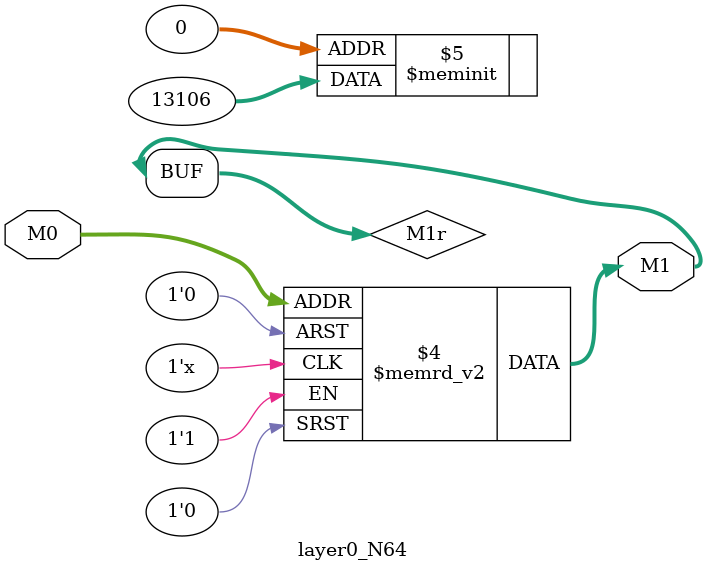
<source format=v>
module layer0_N64 ( input [3:0] M0, output [1:0] M1 );

	(*rom_style = "distributed" *) reg [1:0] M1r;
	assign M1 = M1r;
	always @ (M0) begin
		case (M0)
			4'b0000: M1r = 2'b10;
			4'b1000: M1r = 2'b00;
			4'b0100: M1r = 2'b11;
			4'b1100: M1r = 2'b00;
			4'b0010: M1r = 2'b11;
			4'b1010: M1r = 2'b00;
			4'b0110: M1r = 2'b11;
			4'b1110: M1r = 2'b00;
			4'b0001: M1r = 2'b00;
			4'b1001: M1r = 2'b00;
			4'b0101: M1r = 2'b00;
			4'b1101: M1r = 2'b00;
			4'b0011: M1r = 2'b00;
			4'b1011: M1r = 2'b00;
			4'b0111: M1r = 2'b00;
			4'b1111: M1r = 2'b00;

		endcase
	end
endmodule

</source>
